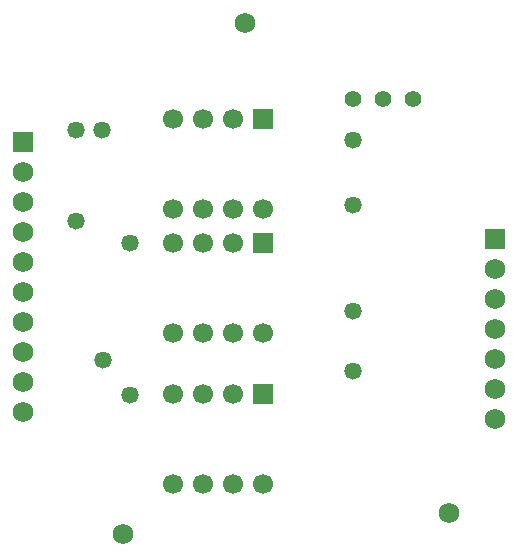
<source format=gbs>
G04 Layer_Color=8150272*
%FSAX42Y42*%
%MOMM*%
G71*
G01*
G75*
%ADD27C,1.70*%
%ADD28R,1.70X1.70*%
%ADD29C,1.75*%
%ADD30R,1.75X1.75*%
%ADD31C,1.42*%
%ADD32C,1.73*%
%ADD33C,1.47*%
D27*
X007459Y007459D02*
D03*
X007713D02*
D03*
X007967D02*
D03*
X008221D02*
D03*
X007459Y008221D02*
D03*
X007713D02*
D03*
X007967D02*
D03*
X007459Y006409D02*
D03*
X007713D02*
D03*
X007967D02*
D03*
X008221D02*
D03*
X007459Y007171D02*
D03*
X007713D02*
D03*
X007967D02*
D03*
X007459Y005129D02*
D03*
X007713D02*
D03*
X007967D02*
D03*
X008221D02*
D03*
X007459Y005891D02*
D03*
X007713D02*
D03*
X007967D02*
D03*
D28*
X008221Y008221D02*
D03*
Y007171D02*
D03*
Y005891D02*
D03*
D29*
X010190Y005678D02*
D03*
Y005932D02*
D03*
Y006186D02*
D03*
Y006440D02*
D03*
Y006694D02*
D03*
Y006948D02*
D03*
X006190Y007769D02*
D03*
Y007515D02*
D03*
Y007261D02*
D03*
Y007007D02*
D03*
Y006753D02*
D03*
Y006499D02*
D03*
Y006245D02*
D03*
Y005991D02*
D03*
Y005737D02*
D03*
D30*
X010190Y007202D02*
D03*
X006190Y008023D02*
D03*
D31*
X009240Y008390D02*
D03*
X009494D02*
D03*
X008986D02*
D03*
D32*
X008070Y009030D02*
D03*
X009800Y004880D02*
D03*
X007040Y004710D02*
D03*
D33*
X007100Y005880D02*
D03*
Y007170D02*
D03*
X006870Y006180D02*
D03*
X006860Y008130D02*
D03*
X006640Y007360D02*
D03*
X006640Y008130D02*
D03*
X008990Y006090D02*
D03*
X008990Y006590D02*
D03*
Y007490D02*
D03*
Y008040D02*
D03*
M02*

</source>
